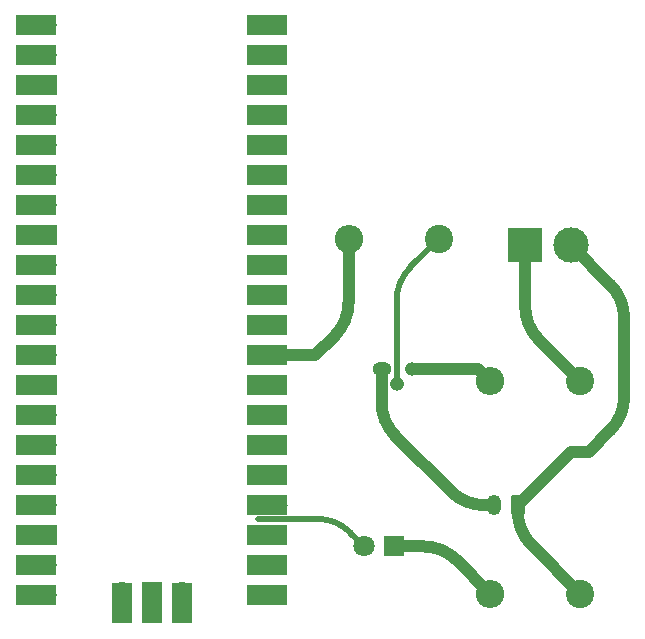
<source format=gbr>
%TF.GenerationSoftware,KiCad,Pcbnew,8.0.1*%
%TF.CreationDate,2024-03-28T11:23:41-03:00*%
%TF.ProjectId,agora vai,61676f72-6120-4766-9169-2e6b69636164,rev?*%
%TF.SameCoordinates,Original*%
%TF.FileFunction,Copper,L1,Top*%
%TF.FilePolarity,Positive*%
%FSLAX46Y46*%
G04 Gerber Fmt 4.6, Leading zero omitted, Abs format (unit mm)*
G04 Created by KiCad (PCBNEW 8.0.1) date 2024-03-28 11:23:41*
%MOMM*%
%LPD*%
G01*
G04 APERTURE LIST*
G04 Aperture macros list*
%AMRoundRect*
0 Rectangle with rounded corners*
0 $1 Rounding radius*
0 $2 $3 $4 $5 $6 $7 $8 $9 X,Y pos of 4 corners*
0 Add a 4 corners polygon primitive as box body*
4,1,4,$2,$3,$4,$5,$6,$7,$8,$9,$2,$3,0*
0 Add four circle primitives for the rounded corners*
1,1,$1+$1,$2,$3*
1,1,$1+$1,$4,$5*
1,1,$1+$1,$6,$7*
1,1,$1+$1,$8,$9*
0 Add four rect primitives between the rounded corners*
20,1,$1+$1,$2,$3,$4,$5,0*
20,1,$1+$1,$4,$5,$6,$7,0*
20,1,$1+$1,$6,$7,$8,$9,0*
20,1,$1+$1,$8,$9,$2,$3,0*%
G04 Aperture macros list end*
%TA.AperFunction,ComponentPad*%
%ADD10R,1.800000X1.800000*%
%TD*%
%TA.AperFunction,ComponentPad*%
%ADD11C,1.800000*%
%TD*%
%TA.AperFunction,ComponentPad*%
%ADD12O,1.600000X1.200000*%
%TD*%
%TA.AperFunction,ComponentPad*%
%ADD13O,1.200000X1.200000*%
%TD*%
%TA.AperFunction,ComponentPad*%
%ADD14C,2.400000*%
%TD*%
%TA.AperFunction,ComponentPad*%
%ADD15O,2.400000X2.400000*%
%TD*%
%TA.AperFunction,ComponentPad*%
%ADD16O,1.200000X1.750000*%
%TD*%
%TA.AperFunction,ComponentPad*%
%ADD17RoundRect,0.250000X0.350000X0.625000X-0.350000X0.625000X-0.350000X-0.625000X0.350000X-0.625000X0*%
%TD*%
%TA.AperFunction,ComponentPad*%
%ADD18O,1.700000X1.700000*%
%TD*%
%TA.AperFunction,SMDPad,CuDef*%
%ADD19R,3.500000X1.700000*%
%TD*%
%TA.AperFunction,ComponentPad*%
%ADD20R,1.700000X1.700000*%
%TD*%
%TA.AperFunction,SMDPad,CuDef*%
%ADD21R,1.700000X3.500000*%
%TD*%
%TA.AperFunction,ComponentPad*%
%ADD22C,3.000000*%
%TD*%
%TA.AperFunction,ComponentPad*%
%ADD23R,3.000000X3.000000*%
%TD*%
%TA.AperFunction,Conductor*%
%ADD24C,0.500000*%
%TD*%
%TA.AperFunction,Conductor*%
%ADD25C,1.000000*%
%TD*%
%TA.AperFunction,Conductor*%
%ADD26C,0.200000*%
%TD*%
G04 APERTURE END LIST*
D10*
%TO.P,D1,1,K*%
%TO.N,Net-(D1-K)*%
X131540000Y-119000000D03*
D11*
%TO.P,D1,2,A*%
%TO.N,Net-(D1-A)*%
X129000000Y-119000000D03*
%TD*%
D12*
%TO.P,Q1,1,E*%
%TO.N,Net-(Q1-B)*%
X130460000Y-104000000D03*
D13*
%TO.P,Q1,2,B*%
X131730000Y-105270000D03*
%TO.P,Q1,3,C*%
%TO.N,Net-(Q1-C)*%
X133000000Y-104000000D03*
%TD*%
D14*
%TO.P,R1,1*%
%TO.N,Net-(Q1-B)*%
X135285000Y-93000000D03*
D15*
%TO.P,R1,2*%
%TO.N,Net-(U1-GPIO22)*%
X127665000Y-93000000D03*
%TD*%
D14*
%TO.P,R2,1*%
%TO.N,GND*%
X147285000Y-123000000D03*
D15*
%TO.P,R2,2*%
%TO.N,Net-(D1-K)*%
X139665000Y-123000000D03*
%TD*%
D16*
%TO.P,J2,2,Pin_2*%
%TO.N,Net-(Q1-B)*%
X140000000Y-115500000D03*
D17*
%TO.P,J2,1,Pin_1*%
%TO.N,GND*%
X142000000Y-115500000D03*
%TD*%
D18*
%TO.P,REF\u002A\u002A,1*%
%TO.N,N/C*%
X102110000Y-74870000D03*
D19*
X101210000Y-74870000D03*
D18*
%TO.P,REF\u002A\u002A,2*%
X102110000Y-77410000D03*
D19*
X101210000Y-77410000D03*
D20*
%TO.P,REF\u002A\u002A,3*%
X102110000Y-79950000D03*
D19*
X101210000Y-79950000D03*
D18*
%TO.P,REF\u002A\u002A,4*%
X102110000Y-82490000D03*
D19*
X101210000Y-82490000D03*
D18*
%TO.P,REF\u002A\u002A,5*%
X102110000Y-85030000D03*
D19*
X101210000Y-85030000D03*
D18*
%TO.P,REF\u002A\u002A,6*%
X102110000Y-87570000D03*
D19*
X101210000Y-87570000D03*
D18*
%TO.P,REF\u002A\u002A,7*%
X102110000Y-90110000D03*
D19*
X101210000Y-90110000D03*
D20*
%TO.P,REF\u002A\u002A,8*%
X102110000Y-92650000D03*
D19*
X101210000Y-92650000D03*
D18*
%TO.P,REF\u002A\u002A,9*%
X102110000Y-95190000D03*
D19*
X101210000Y-95190000D03*
D18*
%TO.P,REF\u002A\u002A,10*%
X102110000Y-97730000D03*
D19*
X101210000Y-97730000D03*
D18*
%TO.P,REF\u002A\u002A,11*%
X102110000Y-100270000D03*
D19*
X101210000Y-100270000D03*
D18*
%TO.P,REF\u002A\u002A,12*%
X102110000Y-102810000D03*
D19*
X101210000Y-102810000D03*
D20*
%TO.P,REF\u002A\u002A,13*%
X102110000Y-105350000D03*
D19*
X101210000Y-105350000D03*
D18*
%TO.P,REF\u002A\u002A,14*%
X102110000Y-107890000D03*
D19*
X101210000Y-107890000D03*
D18*
%TO.P,REF\u002A\u002A,15*%
X102110000Y-110430000D03*
D19*
X101210000Y-110430000D03*
D18*
%TO.P,REF\u002A\u002A,16*%
X102110000Y-112970000D03*
D19*
X101210000Y-112970000D03*
D18*
%TO.P,REF\u002A\u002A,17*%
X102110000Y-115510000D03*
D19*
X101210000Y-115510000D03*
D20*
%TO.P,REF\u002A\u002A,18*%
X102110000Y-118050000D03*
D19*
X101210000Y-118050000D03*
D18*
%TO.P,REF\u002A\u002A,19*%
X102110000Y-120590000D03*
D19*
X101210000Y-120590000D03*
D18*
%TO.P,REF\u002A\u002A,20*%
X102110000Y-123130000D03*
D19*
X101210000Y-123130000D03*
D18*
%TO.P,REF\u002A\u002A,21*%
X119890000Y-123130000D03*
D19*
X120790000Y-123130000D03*
D18*
%TO.P,REF\u002A\u002A,22*%
X119890000Y-120590000D03*
D19*
X120790000Y-120590000D03*
D20*
%TO.P,REF\u002A\u002A,23*%
X119890000Y-118050000D03*
D19*
X120790000Y-118050000D03*
D18*
%TO.P,REF\u002A\u002A,24*%
%TO.N,Net-(D1-A)*%
X119890000Y-115510000D03*
D19*
X120790000Y-115510000D03*
D18*
%TO.P,REF\u002A\u002A,25*%
%TO.N,N/C*%
X119890000Y-112970000D03*
D19*
X120790000Y-112970000D03*
D18*
%TO.P,REF\u002A\u002A,26*%
X119890000Y-110430000D03*
D19*
X120790000Y-110430000D03*
D18*
%TO.P,REF\u002A\u002A,27*%
X119890000Y-107890000D03*
D19*
X120790000Y-107890000D03*
D20*
%TO.P,REF\u002A\u002A,28*%
X119890000Y-105350000D03*
D19*
X120790000Y-105350000D03*
D18*
%TO.P,REF\u002A\u002A,29*%
X119890000Y-102810000D03*
D19*
X120790000Y-102810000D03*
D18*
%TO.P,REF\u002A\u002A,30*%
X119890000Y-100270000D03*
D19*
X120790000Y-100270000D03*
D18*
%TO.P,REF\u002A\u002A,31*%
X119890000Y-97730000D03*
D19*
X120790000Y-97730000D03*
D18*
%TO.P,REF\u002A\u002A,32*%
X119890000Y-95190000D03*
D19*
X120790000Y-95190000D03*
D20*
%TO.P,REF\u002A\u002A,33*%
X119890000Y-92650000D03*
D19*
X120790000Y-92650000D03*
D18*
%TO.P,REF\u002A\u002A,34*%
X119890000Y-90110000D03*
D19*
X120790000Y-90110000D03*
D18*
%TO.P,REF\u002A\u002A,35*%
X119890000Y-87570000D03*
D19*
X120790000Y-87570000D03*
D18*
%TO.P,REF\u002A\u002A,36*%
X119890000Y-85030000D03*
D19*
X120790000Y-85030000D03*
D18*
%TO.P,REF\u002A\u002A,37*%
X119890000Y-82490000D03*
D19*
X120790000Y-82490000D03*
D20*
%TO.P,REF\u002A\u002A,38*%
X119890000Y-79950000D03*
D19*
X120790000Y-79950000D03*
D18*
%TO.P,REF\u002A\u002A,39*%
X119890000Y-77410000D03*
D19*
X120790000Y-77410000D03*
D18*
%TO.P,REF\u002A\u002A,40*%
X119890000Y-74870000D03*
D19*
X120790000Y-74870000D03*
D18*
%TO.P,REF\u002A\u002A,41*%
X108460000Y-122900000D03*
D21*
X108460000Y-123800000D03*
D20*
%TO.P,REF\u002A\u002A,42*%
X111000000Y-122900000D03*
D21*
X111000000Y-123800000D03*
D18*
%TO.P,REF\u002A\u002A,43*%
X113540000Y-122900000D03*
D21*
X113540000Y-123800000D03*
%TD*%
D22*
%TO.P,J1,2,Pin_2*%
%TO.N,GND*%
X146500000Y-93500000D03*
D23*
%TO.P,J1,1,Pin_1*%
%TO.N,VCC*%
X142620000Y-93500000D03*
%TD*%
D14*
%TO.P,R3,1*%
%TO.N,VCC*%
X147285000Y-105000000D03*
D15*
%TO.P,R3,2*%
%TO.N,Net-(Q1-C)*%
X139665000Y-105000000D03*
%TD*%
D24*
%TO.N,Net-(D1-A)*%
X127831573Y-117831573D02*
G75*
G03*
X125003146Y-116659968I-2828473J-2828427D01*
G01*
D25*
%TO.N,Net-(U1-GPIO22)*%
X126493427Y-101171573D02*
G75*
G03*
X127665032Y-98343146I-2828427J2828473D01*
G01*
%TO.N,VCC*%
X143791573Y-101506573D02*
G75*
G02*
X142619968Y-98678146I2828427J2828473D01*
G01*
D24*
%TO.N,Net-(Q1-B)*%
X132901573Y-95383427D02*
G75*
G03*
X131729968Y-98211854I2828427J-2828473D01*
G01*
D25*
X130460000Y-106803146D02*
G75*
G03*
X131631596Y-109631550I4000000J46D01*
G01*
X136328427Y-114328427D02*
G75*
G03*
X139156854Y-115500032I2828473J2828427D01*
G01*
%TO.N,GND*%
X143171573Y-118886573D02*
G75*
G02*
X141999968Y-116058146I2828427J2828473D01*
G01*
%TO.N,Net-(D1-K)*%
X134008146Y-119000000D02*
G75*
G02*
X136836550Y-120171596I-46J-4000000D01*
G01*
%TO.N,GND*%
X151000000Y-106343146D02*
G75*
G02*
X149828404Y-109171550I-4000000J46D01*
G01*
X151000000Y-99656854D02*
G75*
G03*
X149828404Y-96828450I-4000000J-46D01*
G01*
D24*
%TO.N,Net-(D1-A)*%
X125003146Y-116660000D02*
X120000000Y-116660000D01*
X129000000Y-119000000D02*
X127831573Y-117831573D01*
D25*
%TO.N,VCC*%
X143791573Y-101506573D02*
X147285000Y-105000000D01*
X142620000Y-93500000D02*
X142620000Y-98678146D01*
%TO.N,GND*%
X151000000Y-106343146D02*
X151000000Y-99656854D01*
X149828427Y-96828427D02*
X146500000Y-93500000D01*
X148000000Y-111000000D02*
X149828427Y-109171573D01*
X146500000Y-111000000D02*
X148000000Y-111000000D01*
X142000000Y-115500000D02*
X146500000Y-111000000D01*
X142000000Y-116058146D02*
X142000000Y-115500000D01*
X147285000Y-123000000D02*
X143171573Y-118886573D01*
%TO.N,Net-(D1-K)*%
X136836573Y-120171573D02*
X139665000Y-123000000D01*
X131540000Y-119000000D02*
X134008146Y-119000000D01*
%TO.N,Net-(Q1-C)*%
X138665000Y-104000000D02*
X139665000Y-105000000D01*
X133000000Y-104000000D02*
X138665000Y-104000000D01*
%TO.N,Net-(Q1-B)*%
X139156854Y-115500000D02*
X140000000Y-115500000D01*
X131631573Y-109631573D02*
X136328427Y-114328427D01*
X130460000Y-104000000D02*
X130460000Y-106803146D01*
D24*
X131730000Y-98211854D02*
X131730000Y-105270000D01*
X135285000Y-93000000D02*
X132901573Y-95383427D01*
D25*
%TO.N,Net-(U1-GPIO22)*%
X127665000Y-98343146D02*
X127665000Y-93000000D01*
X124855000Y-102810000D02*
X126493427Y-101171573D01*
X119890000Y-102810000D02*
X124855000Y-102810000D01*
D26*
X124855000Y-102810000D02*
X126604340Y-101060660D01*
%TO.N,Net-(D1-A)*%
X119890000Y-115510000D02*
X122430000Y-115510000D01*
%TD*%
M02*

</source>
